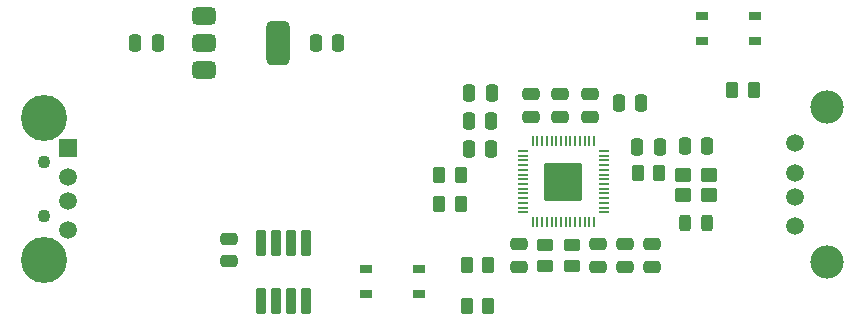
<source format=gbr>
%TF.GenerationSoftware,KiCad,Pcbnew,9.0.6*%
%TF.CreationDate,2026-01-01T05:05:04-06:00*%
%TF.ProjectId,2040Listener,32303430-4c69-4737-9465-6e65722e6b69,rev?*%
%TF.SameCoordinates,Original*%
%TF.FileFunction,Soldermask,Top*%
%TF.FilePolarity,Negative*%
%FSLAX46Y46*%
G04 Gerber Fmt 4.6, Leading zero omitted, Abs format (unit mm)*
G04 Created by KiCad (PCBNEW 9.0.6) date 2026-01-01 05:05:04*
%MOMM*%
%LPD*%
G01*
G04 APERTURE LIST*
G04 Aperture macros list*
%AMRoundRect*
0 Rectangle with rounded corners*
0 $1 Rounding radius*
0 $2 $3 $4 $5 $6 $7 $8 $9 X,Y pos of 4 corners*
0 Add a 4 corners polygon primitive as box body*
4,1,4,$2,$3,$4,$5,$6,$7,$8,$9,$2,$3,0*
0 Add four circle primitives for the rounded corners*
1,1,$1+$1,$2,$3*
1,1,$1+$1,$4,$5*
1,1,$1+$1,$6,$7*
1,1,$1+$1,$8,$9*
0 Add four rect primitives between the rounded corners*
20,1,$1+$1,$2,$3,$4,$5,0*
20,1,$1+$1,$4,$5,$6,$7,0*
20,1,$1+$1,$6,$7,$8,$9,0*
20,1,$1+$1,$8,$9,$2,$3,0*%
G04 Aperture macros list end*
%ADD10RoundRect,0.250000X-0.250000X-0.475000X0.250000X-0.475000X0.250000X0.475000X-0.250000X0.475000X0*%
%ADD11C,2.819400*%
%ADD12C,1.498600*%
%ADD13RoundRect,0.050000X0.387500X-0.050000X0.387500X0.050000X-0.387500X0.050000X-0.387500X-0.050000X0*%
%ADD14RoundRect,0.050000X0.050000X-0.387500X0.050000X0.387500X-0.050000X0.387500X-0.050000X-0.387500X0*%
%ADD15RoundRect,0.144000X1.456000X-1.456000X1.456000X1.456000X-1.456000X1.456000X-1.456000X-1.456000X0*%
%ADD16RoundRect,0.250000X0.450000X-0.262500X0.450000X0.262500X-0.450000X0.262500X-0.450000X-0.262500X0*%
%ADD17R,0.990600X0.711200*%
%ADD18RoundRect,0.250000X-0.262500X-0.450000X0.262500X-0.450000X0.262500X0.450000X-0.262500X0.450000X0*%
%ADD19RoundRect,0.250000X0.475000X-0.250000X0.475000X0.250000X-0.475000X0.250000X-0.475000X-0.250000X0*%
%ADD20RoundRect,0.250000X0.250000X0.475000X-0.250000X0.475000X-0.250000X-0.475000X0.250000X-0.475000X0*%
%ADD21RoundRect,0.096750X0.290250X-0.990250X0.290250X0.990250X-0.290250X0.990250X-0.290250X-0.990250X0*%
%ADD22RoundRect,0.250000X-0.450000X-0.350000X0.450000X-0.350000X0.450000X0.350000X-0.450000X0.350000X0*%
%ADD23RoundRect,0.375000X-0.625000X-0.375000X0.625000X-0.375000X0.625000X0.375000X-0.625000X0.375000X0*%
%ADD24RoundRect,0.500000X-0.500000X-1.400000X0.500000X-1.400000X0.500000X1.400000X-0.500000X1.400000X0*%
%ADD25RoundRect,0.250000X0.262500X0.450000X-0.262500X0.450000X-0.262500X-0.450000X0.262500X-0.450000X0*%
%ADD26RoundRect,0.243750X-0.243750X-0.456250X0.243750X-0.456250X0.243750X0.456250X-0.243750X0.456250X0*%
%ADD27RoundRect,0.250000X-0.475000X0.250000X-0.475000X-0.250000X0.475000X-0.250000X0.475000X0.250000X0*%
%ADD28R,1.500000X1.500000*%
%ADD29C,1.500000*%
%ADD30C,3.900000*%
%ADD31C,1.100000*%
G04 APERTURE END LIST*
D10*
%TO.C,C14*%
X156550000Y-63750000D03*
X158450000Y-63750000D03*
%TD*%
D11*
%TO.C,J1*%
X168639700Y-60422500D03*
X168639700Y-73562500D03*
D12*
X165929700Y-63492501D03*
X165929700Y-65992499D03*
X165929700Y-67992500D03*
X165929700Y-70492500D03*
%TD*%
D13*
%TO.C,U1*%
X142837500Y-69325000D03*
X142837500Y-68925000D03*
X142837500Y-68525000D03*
X142837500Y-68125000D03*
X142837500Y-67725000D03*
X142837500Y-67325000D03*
X142837500Y-66925000D03*
X142837500Y-66525000D03*
X142837500Y-66125000D03*
X142837500Y-65725000D03*
X142837500Y-65325000D03*
X142837500Y-64925000D03*
X142837500Y-64525000D03*
X142837500Y-64125000D03*
D14*
X143675000Y-63287500D03*
X144075000Y-63287500D03*
X144475000Y-63287500D03*
X144875000Y-63287500D03*
X145275000Y-63287500D03*
X145675000Y-63287500D03*
X146075000Y-63287500D03*
X146475000Y-63287500D03*
X146875000Y-63287500D03*
X147275000Y-63287500D03*
X147675000Y-63287500D03*
X148075000Y-63287500D03*
X148475000Y-63287500D03*
X148875000Y-63287500D03*
D13*
X149712500Y-64125000D03*
X149712500Y-64525000D03*
X149712500Y-64925000D03*
X149712500Y-65325000D03*
X149712500Y-65725000D03*
X149712500Y-66125000D03*
X149712500Y-66525000D03*
X149712500Y-66925000D03*
X149712500Y-67325000D03*
X149712500Y-67725000D03*
X149712500Y-68125000D03*
X149712500Y-68525000D03*
X149712500Y-68925000D03*
X149712500Y-69325000D03*
D14*
X148875000Y-70162500D03*
X148475000Y-70162500D03*
X148075000Y-70162500D03*
X147675000Y-70162500D03*
X147275000Y-70162500D03*
X146875000Y-70162500D03*
X146475000Y-70162500D03*
X146075000Y-70162500D03*
X145675000Y-70162500D03*
X145275000Y-70162500D03*
X144875000Y-70162500D03*
X144475000Y-70162500D03*
X144075000Y-70162500D03*
X143675000Y-70162500D03*
D15*
X146275000Y-66725000D03*
%TD*%
D16*
%TO.C,R8*%
X147000000Y-73912500D03*
X147000000Y-72087500D03*
%TD*%
%TO.C,R7*%
X144750000Y-73912500D03*
X144750000Y-72087500D03*
%TD*%
D17*
%TO.C,SW2*%
X162500001Y-54824999D03*
X157999999Y-54824999D03*
X162500001Y-52675001D03*
X157999999Y-52675001D03*
%TD*%
D18*
%TO.C,R6*%
X160587500Y-59000000D03*
X162412500Y-59000000D03*
%TD*%
D19*
%TO.C,C2*%
X143500000Y-59350000D03*
X143500000Y-61250000D03*
%TD*%
D20*
%TO.C,C5*%
X140150000Y-61600000D03*
X138250000Y-61600000D03*
%TD*%
D21*
%TO.C,U4*%
X120695000Y-76875000D03*
X121965000Y-76875000D03*
X123235000Y-76875000D03*
X124505000Y-76875000D03*
X124505000Y-71925000D03*
X123235000Y-71925000D03*
X121965000Y-71925000D03*
X120695000Y-71925000D03*
%TD*%
D17*
%TO.C,SW1*%
X134050001Y-76274999D03*
X129549999Y-76274999D03*
X134050001Y-74125001D03*
X129549999Y-74125001D03*
%TD*%
D22*
%TO.C,Y1*%
X156400000Y-67850000D03*
X158600000Y-67850000D03*
X158600000Y-66150000D03*
X156400000Y-66150000D03*
%TD*%
D23*
%TO.C,U2*%
X115850000Y-57300000D03*
D24*
X122150000Y-55000000D03*
D23*
X115850000Y-55000000D03*
X115850000Y-52700000D03*
%TD*%
D18*
%TO.C,R5*%
X152587500Y-66000000D03*
X154412500Y-66000000D03*
%TD*%
D25*
%TO.C,R4*%
X139912500Y-77250000D03*
X138087500Y-77250000D03*
%TD*%
%TO.C,R3*%
X139912500Y-73750000D03*
X138087500Y-73750000D03*
%TD*%
D18*
%TO.C,R2*%
X135787500Y-66200000D03*
X137612500Y-66200000D03*
%TD*%
%TO.C,R1*%
X135787500Y-68600000D03*
X137612500Y-68600000D03*
%TD*%
D19*
%TO.C,C17*%
X118000000Y-73450000D03*
X118000000Y-71550000D03*
%TD*%
D10*
%TO.C,C16*%
X125300000Y-55000000D03*
X127200000Y-55000000D03*
%TD*%
D20*
%TO.C,C15*%
X111950000Y-55000000D03*
X110050000Y-55000000D03*
%TD*%
D26*
%TO.C,C13*%
X156562500Y-70250000D03*
X158437500Y-70250000D03*
%TD*%
D19*
%TO.C,C12*%
X148500000Y-61250000D03*
X148500000Y-59350000D03*
%TD*%
%TO.C,C11*%
X146000000Y-61250000D03*
X146000000Y-59350000D03*
%TD*%
D27*
%TO.C,C10*%
X153750000Y-72050000D03*
X153750000Y-73950000D03*
%TD*%
D10*
%TO.C,C9*%
X150950000Y-60100000D03*
X152850000Y-60100000D03*
%TD*%
D27*
%TO.C,C8*%
X151500000Y-72050000D03*
X151500000Y-73950000D03*
%TD*%
%TO.C,C7*%
X149250000Y-72050000D03*
X149250000Y-73950000D03*
%TD*%
%TO.C,C6*%
X142500000Y-72050000D03*
X142500000Y-73950000D03*
%TD*%
D10*
%TO.C,C4*%
X152550000Y-63800000D03*
X154450000Y-63800000D03*
%TD*%
D20*
%TO.C,C3*%
X140150000Y-64000000D03*
X138250000Y-64000000D03*
%TD*%
%TO.C,C1*%
X140200000Y-59250000D03*
X138300000Y-59250000D03*
%TD*%
D28*
%TO.C,J2*%
X104375000Y-63850000D03*
D29*
X104375000Y-66350000D03*
X104375000Y-68350000D03*
X104375000Y-70850000D03*
D30*
X102275000Y-61350000D03*
X102275000Y-73350000D03*
D31*
X102275000Y-65100000D03*
X102275000Y-69600000D03*
%TD*%
M02*

</source>
